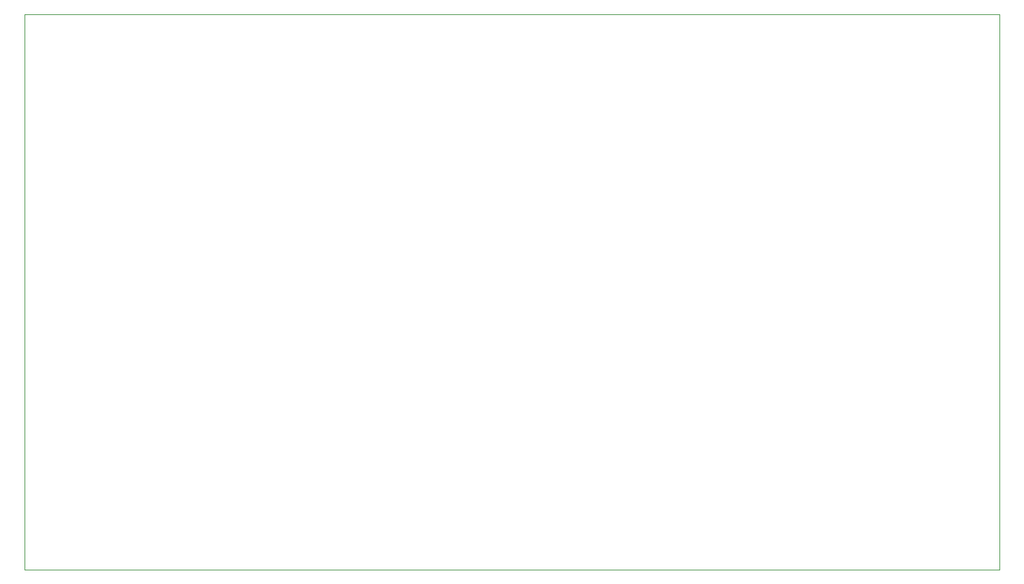
<source format=gbr>
%TF.GenerationSoftware,KiCad,Pcbnew,7.0.7*%
%TF.CreationDate,2024-01-02T14:59:55+01:00*%
%TF.ProjectId,arduino-uno-connector,61726475-696e-46f2-9d75-6e6f2d636f6e,rev?*%
%TF.SameCoordinates,Original*%
%TF.FileFunction,Profile,NP*%
%FSLAX46Y46*%
G04 Gerber Fmt 4.6, Leading zero omitted, Abs format (unit mm)*
G04 Created by KiCad (PCBNEW 7.0.7) date 2024-01-02 14:59:55*
%MOMM*%
%LPD*%
G01*
G04 APERTURE LIST*
%TA.AperFunction,Profile*%
%ADD10C,0.100000*%
%TD*%
G04 APERTURE END LIST*
D10*
X31974600Y-56000000D02*
X153000000Y-56000000D01*
X153000000Y-125000000D01*
X31974600Y-125000000D01*
X31974600Y-56000000D01*
M02*

</source>
